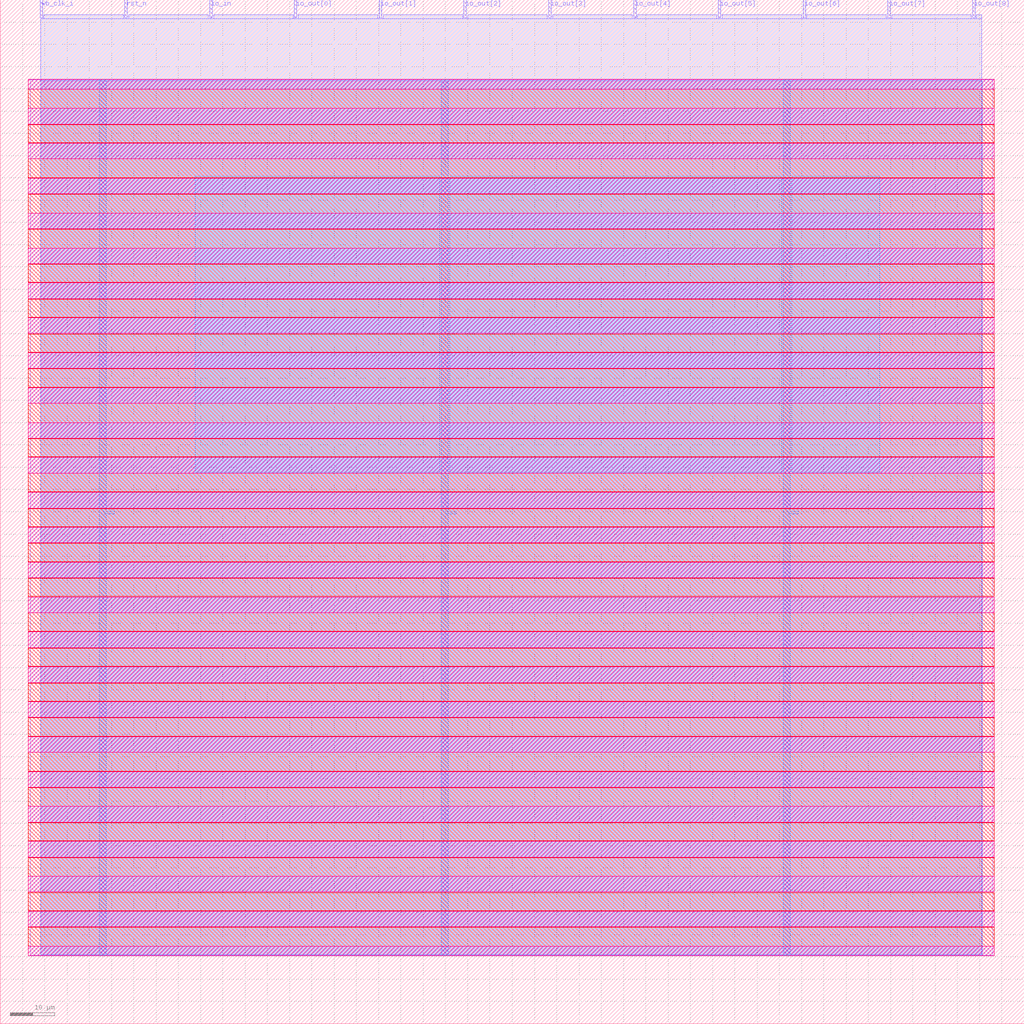
<source format=lef>
VERSION 5.7 ;
  NOWIREEXTENSIONATPIN ON ;
  DIVIDERCHAR "/" ;
  BUSBITCHARS "[]" ;
MACRO diceroll
  CLASS BLOCK ;
  FOREIGN diceroll ;
  ORIGIN 0.000 0.000 ;
  SIZE 230.000 BY 230.000 ;
  PIN io_in
    DIRECTION INPUT ;
    USE SIGNAL ;
    ANTENNAGATEAREA 0.498500 ;
    ANTENNADIFFAREA 0.410400 ;
    PORT
      LAYER Metal2 ;
        RECT 47.040 226.000 47.600 230.000 ;
    END
  END io_in
  PIN io_out[0]
    DIRECTION OUTPUT TRISTATE ;
    USE SIGNAL ;
    ANTENNADIFFAREA 4.731200 ;
    PORT
      LAYER Metal2 ;
        RECT 66.080 226.000 66.640 230.000 ;
    END
  END io_out[0]
  PIN io_out[1]
    DIRECTION OUTPUT TRISTATE ;
    USE SIGNAL ;
    ANTENNADIFFAREA 4.731200 ;
    PORT
      LAYER Metal2 ;
        RECT 85.120 226.000 85.680 230.000 ;
    END
  END io_out[1]
  PIN io_out[2]
    DIRECTION OUTPUT TRISTATE ;
    USE SIGNAL ;
    ANTENNADIFFAREA 4.731200 ;
    PORT
      LAYER Metal2 ;
        RECT 104.160 226.000 104.720 230.000 ;
    END
  END io_out[2]
  PIN io_out[3]
    DIRECTION OUTPUT TRISTATE ;
    USE SIGNAL ;
    ANTENNADIFFAREA 4.731200 ;
    PORT
      LAYER Metal2 ;
        RECT 123.200 226.000 123.760 230.000 ;
    END
  END io_out[3]
  PIN io_out[4]
    DIRECTION OUTPUT TRISTATE ;
    USE SIGNAL ;
    ANTENNADIFFAREA 4.731200 ;
    PORT
      LAYER Metal2 ;
        RECT 142.240 226.000 142.800 230.000 ;
    END
  END io_out[4]
  PIN io_out[5]
    DIRECTION OUTPUT TRISTATE ;
    USE SIGNAL ;
    ANTENNADIFFAREA 4.731200 ;
    PORT
      LAYER Metal2 ;
        RECT 161.280 226.000 161.840 230.000 ;
    END
  END io_out[5]
  PIN io_out[6]
    DIRECTION OUTPUT TRISTATE ;
    USE SIGNAL ;
    ANTENNADIFFAREA 4.731200 ;
    PORT
      LAYER Metal2 ;
        RECT 180.320 226.000 180.880 230.000 ;
    END
  END io_out[6]
  PIN io_out[7]
    DIRECTION OUTPUT TRISTATE ;
    USE SIGNAL ;
    ANTENNADIFFAREA 4.731200 ;
    PORT
      LAYER Metal2 ;
        RECT 199.360 226.000 199.920 230.000 ;
    END
  END io_out[7]
  PIN io_out[8]
    DIRECTION OUTPUT TRISTATE ;
    USE SIGNAL ;
    ANTENNADIFFAREA 4.731200 ;
    PORT
      LAYER Metal2 ;
        RECT 218.400 226.000 218.960 230.000 ;
    END
  END io_out[8]
  PIN rst_n
    DIRECTION INPUT ;
    USE SIGNAL ;
    ANTENNAGATEAREA 0.498500 ;
    ANTENNADIFFAREA 0.410400 ;
    PORT
      LAYER Metal2 ;
        RECT 28.000 226.000 28.560 230.000 ;
    END
  END rst_n
  PIN vdd
    DIRECTION INOUT ;
    USE POWER ;
    PORT
      LAYER Metal4 ;
        RECT 22.240 15.380 23.840 211.980 ;
    END
    PORT
      LAYER Metal4 ;
        RECT 175.840 15.380 177.440 211.980 ;
    END
  END vdd
  PIN vss
    DIRECTION INOUT ;
    USE GROUND ;
    PORT
      LAYER Metal4 ;
        RECT 99.040 15.380 100.640 211.980 ;
    END
  END vss
  PIN wb_clk_i
    DIRECTION INPUT ;
    USE SIGNAL ;
    ANTENNAGATEAREA 4.738000 ;
    ANTENNADIFFAREA 0.410400 ;
    PORT
      LAYER Metal2 ;
        RECT 8.960 226.000 9.520 230.000 ;
    END
  END wb_clk_i
  OBS
      LAYER Pwell ;
        RECT 6.290 209.920 223.310 212.110 ;
      LAYER Nwell ;
        RECT 6.290 205.600 223.310 209.920 ;
      LAYER Pwell ;
        RECT 6.290 202.080 223.310 205.600 ;
      LAYER Nwell ;
        RECT 6.290 201.955 14.945 202.080 ;
        RECT 6.290 197.885 223.310 201.955 ;
        RECT 6.290 197.760 93.345 197.885 ;
      LAYER Pwell ;
        RECT 6.290 194.240 223.310 197.760 ;
      LAYER Nwell ;
        RECT 6.290 190.045 223.310 194.240 ;
        RECT 6.290 189.920 13.825 190.045 ;
      LAYER Pwell ;
        RECT 6.290 186.400 223.310 189.920 ;
      LAYER Nwell ;
        RECT 6.290 186.275 18.865 186.400 ;
        RECT 6.290 182.080 223.310 186.275 ;
      LAYER Pwell ;
        RECT 6.290 178.560 223.310 182.080 ;
      LAYER Nwell ;
        RECT 6.290 178.435 89.580 178.560 ;
        RECT 6.290 174.240 223.310 178.435 ;
      LAYER Pwell ;
        RECT 6.290 170.720 223.310 174.240 ;
      LAYER Nwell ;
        RECT 6.290 170.595 209.825 170.720 ;
        RECT 6.290 166.525 223.310 170.595 ;
        RECT 6.290 166.400 42.600 166.525 ;
      LAYER Pwell ;
        RECT 6.290 162.880 223.310 166.400 ;
      LAYER Nwell ;
        RECT 6.290 162.755 17.185 162.880 ;
        RECT 6.290 158.685 223.310 162.755 ;
        RECT 6.290 158.560 14.945 158.685 ;
      LAYER Pwell ;
        RECT 6.290 155.040 223.310 158.560 ;
      LAYER Nwell ;
        RECT 6.290 154.915 102.520 155.040 ;
        RECT 6.290 150.845 223.310 154.915 ;
        RECT 6.290 150.720 196.600 150.845 ;
      LAYER Pwell ;
        RECT 6.290 147.200 223.310 150.720 ;
      LAYER Nwell ;
        RECT 6.290 147.075 209.825 147.200 ;
        RECT 6.290 143.005 223.310 147.075 ;
        RECT 6.290 142.880 49.820 143.005 ;
      LAYER Pwell ;
        RECT 6.290 139.360 223.310 142.880 ;
      LAYER Nwell ;
        RECT 6.290 135.040 223.310 139.360 ;
      LAYER Pwell ;
        RECT 6.290 131.520 223.310 135.040 ;
      LAYER Nwell ;
        RECT 6.290 131.395 105.105 131.520 ;
        RECT 6.290 127.325 223.310 131.395 ;
        RECT 6.290 127.200 72.255 127.325 ;
      LAYER Pwell ;
        RECT 6.290 123.680 223.310 127.200 ;
      LAYER Nwell ;
        RECT 6.290 119.485 223.310 123.680 ;
        RECT 6.290 119.360 14.945 119.485 ;
      LAYER Pwell ;
        RECT 6.290 115.840 223.310 119.360 ;
      LAYER Nwell ;
        RECT 6.290 115.715 16.065 115.840 ;
        RECT 6.290 111.645 223.310 115.715 ;
        RECT 6.290 111.520 78.850 111.645 ;
      LAYER Pwell ;
        RECT 6.290 108.000 223.310 111.520 ;
      LAYER Nwell ;
        RECT 6.290 107.875 185.745 108.000 ;
        RECT 6.290 103.805 223.310 107.875 ;
        RECT 6.290 103.680 76.870 103.805 ;
      LAYER Pwell ;
        RECT 6.290 100.160 223.310 103.680 ;
      LAYER Nwell ;
        RECT 6.290 100.035 151.025 100.160 ;
        RECT 6.290 95.965 223.310 100.035 ;
        RECT 6.290 95.840 13.265 95.965 ;
      LAYER Pwell ;
        RECT 6.290 92.320 223.310 95.840 ;
      LAYER Nwell ;
        RECT 6.290 88.125 223.310 92.320 ;
        RECT 6.290 88.000 73.745 88.125 ;
      LAYER Pwell ;
        RECT 6.290 84.480 223.310 88.000 ;
      LAYER Nwell ;
        RECT 6.290 84.355 33.985 84.480 ;
        RECT 6.290 80.285 223.310 84.355 ;
        RECT 6.290 80.160 196.600 80.285 ;
      LAYER Pwell ;
        RECT 6.290 76.640 223.310 80.160 ;
      LAYER Nwell ;
        RECT 6.290 76.515 157.400 76.640 ;
        RECT 6.290 72.445 223.310 76.515 ;
        RECT 6.290 72.320 13.265 72.445 ;
      LAYER Pwell ;
        RECT 6.290 68.800 223.310 72.320 ;
      LAYER Nwell ;
        RECT 6.290 68.675 136.465 68.800 ;
        RECT 6.290 64.605 223.310 68.675 ;
        RECT 6.290 64.480 50.550 64.605 ;
      LAYER Pwell ;
        RECT 6.290 60.960 223.310 64.480 ;
      LAYER Nwell ;
        RECT 6.290 56.765 223.310 60.960 ;
        RECT 6.290 56.640 135.560 56.765 ;
      LAYER Pwell ;
        RECT 6.290 53.120 223.310 56.640 ;
      LAYER Nwell ;
        RECT 6.290 52.995 13.265 53.120 ;
        RECT 6.290 48.800 223.310 52.995 ;
      LAYER Pwell ;
        RECT 6.290 45.280 223.310 48.800 ;
      LAYER Nwell ;
        RECT 6.290 45.155 177.905 45.280 ;
        RECT 6.290 41.085 223.310 45.155 ;
        RECT 6.290 40.960 39.025 41.085 ;
      LAYER Pwell ;
        RECT 6.290 37.440 223.310 40.960 ;
      LAYER Nwell ;
        RECT 6.290 37.315 112.945 37.440 ;
        RECT 6.290 33.120 223.310 37.315 ;
      LAYER Pwell ;
        RECT 6.290 29.600 223.310 33.120 ;
      LAYER Nwell ;
        RECT 6.290 29.475 54.705 29.600 ;
        RECT 6.290 25.405 223.310 29.475 ;
        RECT 6.290 25.280 126.385 25.405 ;
      LAYER Pwell ;
        RECT 6.290 21.760 223.310 25.280 ;
      LAYER Nwell ;
        RECT 6.290 21.635 65.905 21.760 ;
        RECT 6.290 17.440 223.310 21.635 ;
      LAYER Pwell ;
        RECT 6.290 15.250 223.310 17.440 ;
      LAYER Metal1 ;
        RECT 6.720 15.380 222.880 211.980 ;
      LAYER Metal2 ;
        RECT 9.820 225.700 27.700 226.660 ;
        RECT 28.860 225.700 46.740 226.660 ;
        RECT 47.900 225.700 65.780 226.660 ;
        RECT 66.940 225.700 84.820 226.660 ;
        RECT 85.980 225.700 103.860 226.660 ;
        RECT 105.020 225.700 122.900 226.660 ;
        RECT 124.060 225.700 141.940 226.660 ;
        RECT 143.100 225.700 160.980 226.660 ;
        RECT 162.140 225.700 180.020 226.660 ;
        RECT 181.180 225.700 199.060 226.660 ;
        RECT 200.220 225.700 218.100 226.660 ;
        RECT 219.260 225.700 220.500 226.660 ;
        RECT 9.100 15.490 220.500 225.700 ;
      LAYER Metal3 ;
        RECT 9.050 15.540 220.550 211.820 ;
      LAYER Metal4 ;
        RECT 43.820 123.850 98.740 190.310 ;
        RECT 100.940 123.850 175.540 190.310 ;
        RECT 177.740 123.850 197.540 190.310 ;
  END
END diceroll
END LIBRARY


</source>
